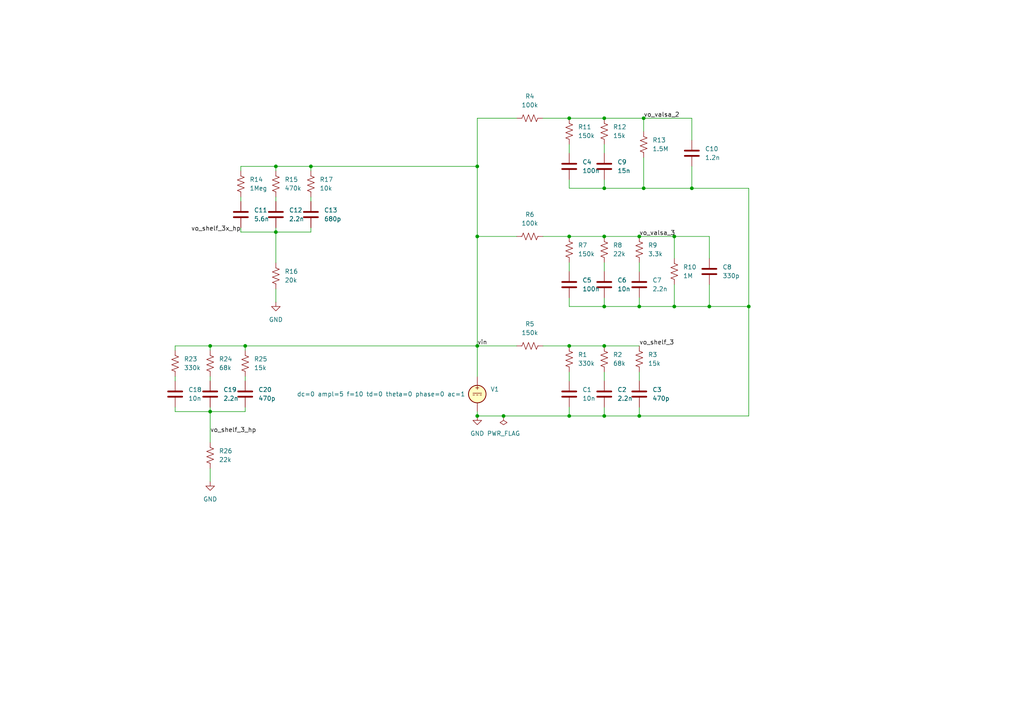
<source format=kicad_sch>
(kicad_sch (version 20231120) (generator "eeschema") (generator_version "8.0")
  (paper "A4")
  (lib_symbols
    (symbol "Device:C" (pin_numbers hide) (pin_names (offset 0.254))
      (property "Reference" "C" (at 0.635 2.54 0))
      (property "Value" "C" (at 0.635 -2.54 0))
      (symbol "C_0_1"
        (polyline (pts (xy -2.032 -0.762) (xy 2.032 -0.762)) (stroke (width 0.508)))
        (polyline (pts (xy -2.032 0.762) (xy 2.032 0.762)) (stroke (width 0.508)))
      )
      (symbol "C_1_1"
        (pin passive line (at 0 3.81 270) (length 2.794) (name "~") (number "1"))
        (pin passive line (at 0 -3.81 90) (length 2.794) (name "~") (number "2"))
      )
    )
    (symbol "Device:R_US" (pin_numbers hide) (pin_names (offset 0))
      (property "Reference" "R" (at 2.54 0 90))
      (property "Value" "R_US" (at -2.54 0 90))
      (symbol "R_US_0_1"
        (polyline (pts (xy 0 -2.286) (xy 0 -2.54)))
        (polyline (pts (xy 0 2.286) (xy 0 2.54)))
        (polyline (pts (xy 0 -0.762) (xy 1.016 -1.143) (xy 0 -1.524) (xy -1.016 -1.905) (xy 0 -2.286)))
        (polyline (pts (xy 0 0.762) (xy 1.016 0.381) (xy 0 0) (xy -1.016 -0.381) (xy 0 -0.762)))
        (polyline (pts (xy 0 2.286) (xy 1.016 1.905) (xy 0 1.524) (xy -1.016 1.143) (xy 0 0.762)))
      )
      (symbol "R_US_1_1"
        (pin passive line (at 0 3.81 270) (length 1.27) (name "~") (number "1"))
        (pin passive line (at 0 -3.81 90) (length 1.27) (name "~") (number "2"))
      )
    )
    (symbol "Simulation_SPICE:VDC" (pin_numbers hide) (pin_names (offset 0.0254))
      (property "Reference" "V" (at 2.54 2.54 0))
      (property "Value" "1" (at 2.54 0 0))
      (symbol "VDC_0_0"
        (polyline (pts (xy -1.27 0.254) (xy 1.27 0.254)))
        (polyline (pts (xy -0.762 -0.254) (xy -1.27 -0.254)))
        (polyline (pts (xy 0.254 -0.254) (xy -0.254 -0.254)))
        (polyline (pts (xy 1.27 -0.254) (xy 0.762 -0.254)))
        (text "+" (at 0 1.905 0) (effects (font (size 1.27 1.27))))
      )
      (symbol "VDC_0_1"
        (circle (center 0 0) (radius 2.54) (stroke (width 0.254)) (fill (type background)))
      )
      (symbol "VDC_1_1"
        (pin passive line (at 0 5.08 270) (length 2.54) (name "~") (number "1"))
        (pin passive line (at 0 -5.08 90) (length 2.54) (name "~") (number "2"))
      )
    )
    (symbol "power:GND" (power) (pin_numbers hide) (pin_names (offset 0) hide)
      (property "Value" "GND" (at 0 -3.81 0))
      (symbol "GND_0_1"
        (polyline (pts (xy 0 0) (xy 0 -1.27) (xy 1.27 -1.27) (xy 0 -2.54) (xy -1.27 -1.27) (xy 0 -1.27)))
      )
      (symbol "GND_1_1"
        (pin power_in line (at 0 0 270) (length 0) (name "~") (number "1"))
      )
    )
    (symbol "power:PWR_FLAG" (power) (pin_numbers hide) (pin_names (offset 0) hide)
      (property "Value" "PWR_FLAG" (at 0 3.81 0))
      (symbol "PWR_FLAG_0_0"
        (pin power_out line (at 0 0 90) (length 0) (name "~") (number "1"))
      )
      (symbol "PWR_FLAG_0_1"
        (polyline (pts (xy 0 0) (xy 0 1.27) (xy -1.016 1.905) (xy 0 2.54) (xy 1.016 1.905) (xy 0 1.27)))
      )
    )
  )
  (junction (at 165.1 68.58))
  (junction (at 165.1 100.33))
  (junction (at 186.69 34.29))
  (junction (at 71.12 100.33))
  (junction (at 60.96 119.38))
  (junction (at 138.43 120.65))
  (junction (at 138.43 68.58))
  (junction (at 80.01 48.26))
  (junction (at 200.66 54.61))
  (junction (at 217.17 88.9))
  (junction (at 138.43 48.26))
  (junction (at 165.1 34.29))
  (junction (at 138.43 100.33))
  (junction (at 90.17 48.26))
  (junction (at 175.26 68.58))
  (junction (at 186.69 54.61))
  (junction (at 185.42 88.9))
  (junction (at 60.96 100.33))
  (junction (at 195.58 68.58))
  (junction (at 175.26 34.29))
  (junction (at 195.58 88.9))
  (junction (at 185.42 120.65))
  (junction (at 175.26 100.33))
  (junction (at 165.1 120.65))
  (junction (at 146.05 120.65))
  (junction (at 185.42 68.58))
  (junction (at 175.26 88.9))
  (junction (at 175.26 54.61))
  (junction (at 80.01 67.31))
  (junction (at 205.74 88.9))
  (junction (at 175.26 120.65))
  (wire (pts (xy 60.96 119.38) (xy 60.96 128.27)))
  (wire (pts (xy 200.66 34.29) (xy 200.66 40.64)))
  (wire (pts (xy 185.42 88.9) (xy 175.26 88.9)))
  (wire (pts (xy 175.26 88.9) (xy 175.26 86.36)))
  (wire (pts (xy 90.17 67.31) (xy 90.17 66.04)))
  (wire (pts (xy 69.85 48.26) (xy 69.85 49.53)))
  (wire (pts (xy 186.69 54.61) (xy 175.26 54.61)))
  (wire (pts (xy 175.26 120.65) (xy 175.26 118.11)))
  (wire (pts (xy 165.1 41.91) (xy 165.1 44.45)))
  (wire (pts (xy 175.26 100.33) (xy 165.1 100.33)))
  (wire (pts (xy 175.26 88.9) (xy 165.1 88.9)))
  (wire (pts (xy 186.69 34.29) (xy 175.26 34.29)))
  (wire (pts (xy 50.8 109.22) (xy 50.8 110.49)))
  (wire (pts (xy 138.43 100.33) (xy 138.43 109.22)))
  (wire (pts (xy 175.26 68.58) (xy 185.42 68.58)))
  (wire (pts (xy 195.58 82.55) (xy 195.58 88.9)))
  (wire (pts (xy 80.01 48.26) (xy 80.01 49.53)))
  (wire (pts (xy 175.26 54.61) (xy 165.1 54.61)))
  (wire (pts (xy 175.26 41.91) (xy 175.26 44.45)))
  (wire (pts (xy 71.12 100.33) (xy 138.43 100.33)))
  (wire (pts (xy 90.17 57.15) (xy 90.17 58.42)))
  (wire (pts (xy 195.58 88.9) (xy 185.42 88.9)))
  (wire (pts (xy 138.43 100.33) (xy 149.86 100.33)))
  (wire (pts (xy 175.26 120.65) (xy 165.1 120.65)))
  (wire (pts (xy 205.74 82.55) (xy 205.74 88.9)))
  (wire (pts (xy 90.17 67.31) (xy 80.01 67.31)))
  (wire (pts (xy 60.96 100.33) (xy 50.8 100.33)))
  (wire (pts (xy 186.69 38.1) (xy 186.69 34.29)))
  (wire (pts (xy 60.96 100.33) (xy 60.96 101.6)))
  (wire (pts (xy 175.26 34.29) (xy 165.1 34.29)))
  (wire (pts (xy 185.42 88.9) (xy 185.42 86.36)))
  (wire (pts (xy 90.17 48.26) (xy 90.17 49.53)))
  (wire (pts (xy 138.43 34.29) (xy 138.43 48.26)))
  (wire (pts (xy 50.8 119.38) (xy 50.8 118.11)))
  (wire (pts (xy 90.17 48.26) (xy 138.43 48.26)))
  (wire (pts (xy 71.12 119.38) (xy 71.12 118.11)))
  (wire (pts (xy 138.43 119.38) (xy 138.43 120.65)))
  (wire (pts (xy 175.26 76.2) (xy 175.26 78.74)))
  (wire (pts (xy 165.1 120.65) (xy 165.1 118.11)))
  (wire (pts (xy 157.48 34.29) (xy 165.1 34.29)))
  (wire (pts (xy 195.58 68.58) (xy 195.58 74.93)))
  (wire (pts (xy 175.26 54.61) (xy 175.26 52.07)))
  (wire (pts (xy 157.48 100.33) (xy 165.1 100.33)))
  (wire (pts (xy 146.05 120.65) (xy 165.1 120.65)))
  (wire (pts (xy 200.66 54.61) (xy 186.69 54.61)))
  (wire (pts (xy 138.43 68.58) (xy 138.43 100.33)))
  (wire (pts (xy 138.43 68.58) (xy 149.86 68.58)))
  (wire (pts (xy 165.1 107.95) (xy 165.1 110.49)))
  (wire (pts (xy 71.12 119.38) (xy 60.96 119.38)))
  (wire (pts (xy 185.42 68.58) (xy 195.58 68.58)))
  (wire (pts (xy 165.1 76.2) (xy 165.1 78.74)))
  (wire (pts (xy 157.48 68.58) (xy 165.1 68.58)))
  (wire (pts (xy 60.96 119.38) (xy 60.96 118.11)))
  (wire (pts (xy 205.74 88.9) (xy 195.58 88.9)))
  (wire (pts (xy 185.42 120.65) (xy 175.26 120.65)))
  (wire (pts (xy 217.17 88.9) (xy 217.17 120.65)))
  (wire (pts (xy 217.17 88.9) (xy 217.17 54.61)))
  (wire (pts (xy 165.1 54.61) (xy 165.1 52.07)))
  (wire (pts (xy 186.69 45.72) (xy 186.69 54.61)))
  (wire (pts (xy 200.66 48.26) (xy 200.66 54.61)))
  (wire (pts (xy 217.17 54.61) (xy 200.66 54.61)))
  (wire (pts (xy 149.86 34.29) (xy 138.43 34.29)))
  (wire (pts (xy 80.01 67.31) (xy 80.01 76.2)))
  (wire (pts (xy 60.96 109.22) (xy 60.96 110.49)))
  (wire (pts (xy 185.42 76.2) (xy 185.42 78.74)))
  (wire (pts (xy 80.01 48.26) (xy 69.85 48.26)))
  (wire (pts (xy 185.42 120.65) (xy 217.17 120.65)))
  (wire (pts (xy 175.26 68.58) (xy 165.1 68.58)))
  (wire (pts (xy 69.85 67.31) (xy 69.85 66.04)))
  (wire (pts (xy 71.12 109.22) (xy 71.12 110.49)))
  (wire (pts (xy 90.17 48.26) (xy 80.01 48.26)))
  (wire (pts (xy 185.42 100.33) (xy 175.26 100.33)))
  (wire (pts (xy 60.96 135.89) (xy 60.96 139.7)))
  (wire (pts (xy 205.74 68.58) (xy 195.58 68.58)))
  (wire (pts (xy 205.74 88.9) (xy 217.17 88.9)))
  (wire (pts (xy 71.12 100.33) (xy 60.96 100.33)))
  (wire (pts (xy 80.01 57.15) (xy 80.01 58.42)))
  (wire (pts (xy 186.69 34.29) (xy 200.66 34.29)))
  (wire (pts (xy 80.01 67.31) (xy 80.01 66.04)))
  (wire (pts (xy 50.8 100.33) (xy 50.8 101.6)))
  (wire (pts (xy 165.1 88.9) (xy 165.1 86.36)))
  (wire (pts (xy 138.43 48.26) (xy 138.43 68.58)))
  (wire (pts (xy 175.26 107.95) (xy 175.26 110.49)))
  (wire (pts (xy 80.01 83.82) (xy 80.01 87.63)))
  (wire (pts (xy 80.01 67.31) (xy 69.85 67.31)))
  (wire (pts (xy 60.96 119.38) (xy 50.8 119.38)))
  (wire (pts (xy 69.85 57.15) (xy 69.85 58.42)))
  (wire (pts (xy 185.42 120.65) (xy 185.42 118.11)))
  (wire (pts (xy 205.74 74.93) (xy 205.74 68.58)))
  (wire (pts (xy 138.43 120.65) (xy 146.05 120.65)))
  (wire (pts (xy 71.12 100.33) (xy 71.12 101.6)))
  (wire (pts (xy 185.42 107.95) (xy 185.42 110.49)))
  (label "vo_shelf_3_hp" (at 60.96 125.73 0))
  (label "vo_valsa_2" (at 186.69 34.29 0))
  (label "vo_valsa_3" (at 185.42 68.58 0))
  (label "vo_shelf_3" (at 185.42 100.33 0))
  (label "vo_shelf_3x_hp" (at 69.85 67.31 180))
  (label "vin" (at 138.43 100.33 0))
  (symbol (lib_id "Device:R_US") (at 175.26 72.39 0) (unit 1)
    (property "Reference" "R8" (at 177.8 71.1199 0) (effects (justify left)))
    (property "Value" "22k" (at 177.8 73.6599 0) (effects (justify left)))
    (property "Description" "Resistor, US symbol" (effects (hide yes)))
    (property "Sim.Device" "R" (effects (hide yes)))
    (property "Sim.Pins" "1=+ 2=-" (effects (hide yes)))
  )
  (symbol (lib_id "Device:R_US") (at 175.26 38.1 0) (unit 1)
    (property "Reference" "R12" (at 177.8 36.8299 0) (effects (justify left)))
    (property "Value" "15k" (at 177.8 39.3699 0) (effects (justify left)))
    (property "Description" "Resistor, US symbol" (effects (hide yes)))
    (property "Sim.Device" "R" (effects (hide yes)))
    (property "Sim.Pins" "1=+ 2=-" (effects (hide yes)))
  )
  (symbol (lib_id "Device:C") (at 80.01 62.23 0) (unit 1)
    (property "Reference" "C12" (at 83.82 60.9599 0) (effects (justify left)))
    (property "Value" "2.2n" (at 83.82 63.4999 0) (effects (justify left)))
    (property "Description" "Unpolarized capacitor" (effects (hide yes)))
    (property "Sim.Device" "C" (effects (hide yes)))
    (property "Sim.Pins" "1=+ 2=-" (effects (hide yes)))
  )
  (symbol (lib_id "Device:R_US") (at 153.67 100.33 90) (unit 1)
    (property "Reference" "R5" (at 153.67 93.98 90))
    (property "Value" "150k" (at 153.67 96.52 90))
    (property "Description" "Resistor, US symbol" (effects (hide yes)))
    (property "Sim.Device" "R" (effects (hide yes)))
    (property "Sim.Pins" "1=+ 2=-" (effects (hide yes)))
  )
  (symbol (lib_id "power:GND") (at 60.96 139.7 0) (unit 1)
    (property "Reference" "#PWR02" (effects (hide yes)))
    (property "Value" "GND" (at 60.96 144.78 0))
    (property "Description" "Power symbol creates a global label with name \"GND\" , ground" (effects (hide yes)))
  )
  (symbol (lib_id "Device:C") (at 69.85 62.23 0) (unit 1)
    (property "Reference" "C11" (at 73.66 60.9599 0) (effects (justify left)))
    (property "Value" "5.6n" (at 73.66 63.4999 0) (effects (justify left)))
    (property "Description" "Unpolarized capacitor" (effects (hide yes)))
    (property "Sim.Device" "C" (effects (hide yes)))
    (property "Sim.Pins" "1=+ 2=-" (effects (hide yes)))
  )
  (symbol (lib_id "Device:R_US") (at 69.85 53.34 0) (unit 1)
    (property "Reference" "R14" (at 72.39 52.0699 0) (effects (justify left)))
    (property "Value" "1Meg" (at 72.39 54.6099 0) (effects (justify left)))
    (property "Description" "Resistor, US symbol" (effects (hide yes)))
    (property "Sim.Device" "R" (effects (hide yes)))
    (property "Sim.Pins" "1=+ 2=-" (effects (hide yes)))
  )
  (symbol (lib_id "power:GND") (at 80.01 87.63 0) (unit 1)
    (property "Reference" "#PWR03" (effects (hide yes)))
    (property "Value" "GND" (at 80.01 92.71 0))
    (property "Description" "Power symbol creates a global label with name \"GND\" , ground" (effects (hide yes)))
  )
  (symbol (lib_id "Device:R_US") (at 195.58 78.74 0) (unit 1)
    (property "Reference" "R10" (at 198.12 77.4699 0) (effects (justify left)))
    (property "Value" "1M" (at 198.12 80.0099 0) (effects (justify left)))
    (property "Description" "Resistor, US symbol" (effects (hide yes)))
    (property "Sim.Device" "R" (effects (hide yes)))
    (property "Sim.Pins" "1=+ 2=-" (effects (hide yes)))
  )
  (symbol (lib_id "Device:C") (at 200.66 44.45 0) (unit 1)
    (property "Reference" "C10" (at 204.47 43.1799 0) (effects (justify left)))
    (property "Value" "1.2n" (at 204.47 45.7199 0) (effects (justify left)))
    (property "Description" "Unpolarized capacitor" (effects (hide yes)))
    (property "Sim.Device" "C" (effects (hide yes)))
    (property "Sim.Pins" "1=+ 2=-" (effects (hide yes)))
  )
  (symbol (lib_id "Simulation_SPICE:VDC") (at 138.43 114.3 0) (unit 1)
    (property "Reference" "V1" (at 142.24 112.9001 0) (effects (justify left)))
    (property "Value" "${SIM.PARAMS}" (at 86.106 114.3 0) (effects (justify left)))
    (property "Datasheet" "https://ngspice.sourceforge.io/docs/ngspice-html-manual/manual.xhtml#sec_Independent_Sources_for" (effects (hide yes)))
    (property "Description" "Voltage source, DC" (effects (hide yes)))
    (property "Sim.Pins" "1=+ 2=-" (effects (hide yes)))
    (property "Sim.Type" "SIN" (effects (hide yes)))
    (property "Sim.Device" "V" (effects (hide yes)))
    (property "Sim.Params" "dc=0 ampl=5 f=10 td=0 theta=0 phase=0 ac=1" (effects (hide yes)))
  )
  (symbol (lib_id "Device:C") (at 165.1 82.55 0) (unit 1)
    (property "Reference" "C5" (at 168.91 81.2799 0) (effects (justify left)))
    (property "Value" "100n" (at 168.91 83.8199 0) (effects (justify left)))
    (property "Description" "Unpolarized capacitor" (effects (hide yes)))
    (property "Sim.Device" "C" (effects (hide yes)))
    (property "Sim.Pins" "1=+ 2=-" (effects (hide yes)))
  )
  (symbol (lib_id "Device:R_US") (at 60.96 105.41 0) (unit 1)
    (property "Reference" "R24" (at 63.5 104.1399 0) (effects (justify left)))
    (property "Value" "68k" (at 63.5 106.6799 0) (effects (justify left)))
    (property "Description" "Resistor, US symbol" (effects (hide yes)))
    (property "Sim.Device" "R" (effects (hide yes)))
    (property "Sim.Pins" "1=+ 2=-" (effects (hide yes)))
  )
  (symbol (lib_id "Device:R_US") (at 80.01 80.01 0) (unit 1)
    (property "Reference" "R16" (at 82.55 78.7399 0) (effects (justify left)))
    (property "Value" "20k" (at 82.55 81.2799 0) (effects (justify left)))
    (property "Description" "Resistor, US symbol" (effects (hide yes)))
    (property "Sim.Device" "R" (effects (hide yes)))
    (property "Sim.Pins" "1=+ 2=-" (effects (hide yes)))
  )
  (symbol (lib_id "Device:C") (at 175.26 48.26 0) (unit 1)
    (property "Reference" "C9" (at 179.07 46.9899 0) (effects (justify left)))
    (property "Value" "15n" (at 179.07 49.5299 0) (effects (justify left)))
    (property "Description" "Unpolarized capacitor" (effects (hide yes)))
    (property "Sim.Device" "C" (effects (hide yes)))
    (property "Sim.Pins" "1=+ 2=-" (effects (hide yes)))
  )
  (symbol (lib_id "Device:R_US") (at 165.1 72.39 0) (unit 1)
    (property "Reference" "R7" (at 167.64 71.1199 0) (effects (justify left)))
    (property "Value" "150k" (at 167.64 73.6599 0) (effects (justify left)))
    (property "Description" "Resistor, US symbol" (effects (hide yes)))
    (property "Sim.Device" "R" (effects (hide yes)))
    (property "Sim.Pins" "1=+ 2=-" (effects (hide yes)))
  )
  (symbol (lib_id "Device:R_US") (at 186.69 41.91 0) (unit 1)
    (property "Reference" "R13" (at 189.23 40.6399 0) (effects (justify left)))
    (property "Value" "1.5M" (at 189.23 43.1799 0) (effects (justify left)))
    (property "Description" "Resistor, US symbol" (effects (hide yes)))
    (property "Sim.Device" "R" (effects (hide yes)))
    (property "Sim.Pins" "1=+ 2=-" (effects (hide yes)))
  )
  (symbol (lib_id "Device:R_US") (at 153.67 68.58 90) (unit 1)
    (property "Reference" "R6" (at 153.67 62.23 90))
    (property "Value" "100k" (at 153.67 64.77 90))
    (property "Description" "Resistor, US symbol" (effects (hide yes)))
    (property "Sim.Device" "R" (effects (hide yes)))
    (property "Sim.Pins" "1=+ 2=-" (effects (hide yes)))
  )
  (symbol (lib_id "Device:R_US") (at 60.96 132.08 0) (unit 1)
    (property "Reference" "R26" (at 63.5 130.8099 0) (effects (justify left)))
    (property "Value" "22k" (at 63.5 133.3499 0) (effects (justify left)))
    (property "Description" "Resistor, US symbol" (effects (hide yes)))
    (property "Sim.Device" "R" (effects (hide yes)))
    (property "Sim.Pins" "1=+ 2=-" (effects (hide yes)))
  )
  (symbol (lib_id "Device:R_US") (at 153.67 34.29 90) (unit 1)
    (property "Reference" "R4" (at 153.67 27.94 90))
    (property "Value" "100k" (at 153.67 30.48 90))
    (property "Description" "Resistor, US symbol" (effects (hide yes)))
    (property "Sim.Device" "R" (effects (hide yes)))
    (property "Sim.Pins" "1=+ 2=-" (effects (hide yes)))
  )
  (symbol (lib_id "power:GND") (at 138.43 120.65 0) (unit 1)
    (property "Reference" "#PWR01" (effects (hide yes)))
    (property "Value" "GND" (at 138.43 125.73 0))
    (property "Description" "Power symbol creates a global label with name \"GND\" , ground" (effects (hide yes)))
  )
  (symbol (lib_id "Device:C") (at 165.1 48.26 0) (unit 1)
    (property "Reference" "C4" (at 168.91 46.9899 0) (effects (justify left)))
    (property "Value" "100n" (at 168.91 49.5299 0) (effects (justify left)))
    (property "Description" "Unpolarized capacitor" (effects (hide yes)))
    (property "Sim.Device" "C" (effects (hide yes)))
    (property "Sim.Pins" "1=+ 2=-" (effects (hide yes)))
  )
  (symbol (lib_id "Device:R_US") (at 165.1 38.1 0) (unit 1)
    (property "Reference" "R11" (at 167.64 36.8299 0) (effects (justify left)))
    (property "Value" "150k" (at 167.64 39.3699 0) (effects (justify left)))
    (property "Description" "Resistor, US symbol" (effects (hide yes)))
    (property "Sim.Device" "R" (effects (hide yes)))
    (property "Sim.Pins" "1=+ 2=-" (effects (hide yes)))
  )
  (symbol (lib_id "Device:R_US") (at 90.17 53.34 0) (unit 1)
    (property "Reference" "R17" (at 92.71 52.0699 0) (effects (justify left)))
    (property "Value" "10k" (at 92.71 54.6099 0) (effects (justify left)))
    (property "Description" "Resistor, US symbol" (effects (hide yes)))
    (property "Sim.Device" "R" (effects (hide yes)))
    (property "Sim.Pins" "1=+ 2=-" (effects (hide yes)))
  )
  (symbol (lib_id "Device:R_US") (at 71.12 105.41 0) (unit 1)
    (property "Reference" "R25" (at 73.66 104.1399 0) (effects (justify left)))
    (property "Value" "15k" (at 73.66 106.6799 0) (effects (justify left)))
    (property "Description" "Resistor, US symbol" (effects (hide yes)))
    (property "Sim.Device" "R" (effects (hide yes)))
    (property "Sim.Pins" "1=+ 2=-" (effects (hide yes)))
  )
  (symbol (lib_id "Device:C") (at 175.26 114.3 0) (unit 1)
    (property "Reference" "C2" (at 179.07 113.0299 0) (effects (justify left)))
    (property "Value" "2.2n" (at 179.07 115.5699 0) (effects (justify left)))
    (property "Description" "Unpolarized capacitor" (effects (hide yes)))
    (property "Sim.Device" "C" (effects (hide yes)))
    (property "Sim.Pins" "1=+ 2=-" (effects (hide yes)))
  )
  (symbol (lib_id "Device:C") (at 165.1 114.3 0) (unit 1)
    (property "Reference" "C1" (at 168.91 113.0299 0) (effects (justify left)))
    (property "Value" "10n" (at 168.91 115.5699 0) (effects (justify left)))
    (property "Description" "Unpolarized capacitor" (effects (hide yes)))
    (property "Sim.Device" "C" (effects (hide yes)))
    (property "Sim.Pins" "1=+ 2=-" (effects (hide yes)))
  )
  (symbol (lib_id "Device:R_US") (at 175.26 104.14 0) (unit 1)
    (property "Reference" "R2" (at 177.8 102.8699 0) (effects (justify left)))
    (property "Value" "68k" (at 177.8 105.4099 0) (effects (justify left)))
    (property "Description" "Resistor, US symbol" (effects (hide yes)))
    (property "Sim.Device" "R" (effects (hide yes)))
    (property "Sim.Pins" "1=+ 2=-" (effects (hide yes)))
  )
  (symbol (lib_id "power:PWR_FLAG") (at 146.05 120.65 180) (unit 1)
    (property "Reference" "#FLG01" (effects (hide yes)))
    (property "Value" "PWR_FLAG" (at 146.05 125.73 0))
    (property "Description" "Special symbol for telling ERC where power comes from" (effects (hide yes)))
  )
  (symbol (lib_id "Device:R_US") (at 80.01 53.34 0) (unit 1)
    (property "Reference" "R15" (at 82.55 52.0699 0) (effects (justify left)))
    (property "Value" "470k" (at 82.55 54.6099 0) (effects (justify left)))
    (property "Description" "Resistor, US symbol" (effects (hide yes)))
    (property "Sim.Device" "R" (effects (hide yes)))
    (property "Sim.Pins" "1=+ 2=-" (effects (hide yes)))
  )
  (symbol (lib_id "Device:C") (at 185.42 114.3 0) (unit 1)
    (property "Reference" "C3" (at 189.23 113.0299 0) (effects (justify left)))
    (property "Value" "470p" (at 189.23 115.5699 0) (effects (justify left)))
    (property "Description" "Unpolarized capacitor" (effects (hide yes)))
    (property "Sim.Device" "C" (effects (hide yes)))
    (property "Sim.Pins" "1=+ 2=-" (effects (hide yes)))
  )
  (symbol (lib_id "Device:C") (at 175.26 82.55 0) (unit 1)
    (property "Reference" "C6" (at 179.07 81.2799 0) (effects (justify left)))
    (property "Value" "10n" (at 179.07 83.8199 0) (effects (justify left)))
    (property "Description" "Unpolarized capacitor" (effects (hide yes)))
    (property "Sim.Device" "C" (effects (hide yes)))
    (property "Sim.Pins" "1=+ 2=-" (effects (hide yes)))
  )
  (symbol (lib_id "Device:C") (at 185.42 82.55 0) (unit 1)
    (property "Reference" "C7" (at 189.23 81.2799 0) (effects (justify left)))
    (property "Value" "2.2n" (at 189.23 83.8199 0) (effects (justify left)))
    (property "Description" "Unpolarized capacitor" (effects (hide yes)))
    (property "Sim.Device" "C" (effects (hide yes)))
    (property "Sim.Pins" "1=+ 2=-" (effects (hide yes)))
  )
  (symbol (lib_id "Device:R_US") (at 185.42 72.39 0) (unit 1)
    (property "Reference" "R9" (at 187.96 71.1199 0) (effects (justify left)))
    (property "Value" "3.3k" (at 187.96 73.6599 0) (effects (justify left)))
    (property "Description" "Resistor, US symbol" (effects (hide yes)))
    (property "Sim.Device" "R" (effects (hide yes)))
    (property "Sim.Pins" "1=+ 2=-" (effects (hide yes)))
  )
  (symbol (lib_id "Device:R_US") (at 50.8 105.41 0) (unit 1)
    (property "Reference" "R23" (at 53.34 104.1399 0) (effects (justify left)))
    (property "Value" "330k" (at 53.34 106.6799 0) (effects (justify left)))
    (property "Description" "Resistor, US symbol" (effects (hide yes)))
    (property "Sim.Device" "R" (effects (hide yes)))
    (property "Sim.Pins" "1=+ 2=-" (effects (hide yes)))
  )
  (symbol (lib_id "Device:R_US") (at 165.1 104.14 0) (unit 1)
    (property "Reference" "R1" (at 167.64 102.8699 0) (effects (justify left)))
    (property "Value" "330k" (at 167.64 105.4099 0) (effects (justify left)))
    (property "Description" "Resistor, US symbol" (effects (hide yes)))
    (property "Sim.Device" "R" (effects (hide yes)))
    (property "Sim.Pins" "1=+ 2=-" (effects (hide yes)))
  )
  (symbol (lib_id "Device:C") (at 71.12 114.3 0) (unit 1)
    (property "Reference" "C20" (at 74.93 113.0299 0) (effects (justify left)))
    (property "Value" "470p" (at 74.93 115.5699 0) (effects (justify left)))
    (property "Description" "Unpolarized capacitor" (effects (hide yes)))
    (property "Sim.Device" "C" (effects (hide yes)))
    (property "Sim.Pins" "1=+ 2=-" (effects (hide yes)))
  )
  (symbol (lib_id "Device:C") (at 205.74 78.74 0) (unit 1)
    (property "Reference" "C8" (at 209.55 77.4699 0) (effects (justify left)))
    (property "Value" "330p" (at 209.55 80.0099 0) (effects (justify left)))
    (property "Description" "Unpolarized capacitor" (effects (hide yes)))
    (property "Sim.Device" "C" (effects (hide yes)))
    (property "Sim.Pins" "1=+ 2=-" (effects (hide yes)))
  )
  (symbol (lib_id "Device:C") (at 60.96 114.3 0) (unit 1)
    (property "Reference" "C19" (at 64.77 113.0299 0) (effects (justify left)))
    (property "Value" "2.2n" (at 64.77 115.5699 0) (effects (justify left)))
    (property "Description" "Unpolarized capacitor" (effects (hide yes)))
    (property "Sim.Device" "C" (effects (hide yes)))
    (property "Sim.Pins" "1=+ 2=-" (effects (hide yes)))
  )
  (symbol (lib_id "Device:C") (at 90.17 62.23 0) (unit 1)
    (property "Reference" "C13" (at 93.98 60.9599 0) (effects (justify left)))
    (property "Value" "680p" (at 93.98 63.4999 0) (effects (justify left)))
    (property "Description" "Unpolarized capacitor" (effects (hide yes)))
    (property "Sim.Device" "C" (effects (hide yes)))
    (property "Sim.Pins" "1=+ 2=-" (effects (hide yes)))
  )
  (symbol (lib_id "Device:C") (at 50.8 114.3 0) (unit 1)
    (property "Reference" "C18" (at 54.61 113.0299 0) (effects (justify left)))
    (property "Value" "10n" (at 54.61 115.5699 0) (effects (justify left)))
    (property "Description" "Unpolarized capacitor" (effects (hide yes)))
    (property "Sim.Device" "C" (effects (hide yes)))
    (property "Sim.Pins" "1=+ 2=-" (effects (hide yes)))
  )
  (symbol (lib_id "Device:R_US") (at 185.42 104.14 0) (unit 1)
    (property "Reference" "R3" (at 187.96 102.8699 0) (effects (justify left)))
    (property "Value" "15k" (at 187.96 105.4099 0) (effects (justify left)))
    (property "Description" "Resistor, US symbol" (effects (hide yes)))
    (property "Sim.Device" "R" (effects (hide yes)))
    (property "Sim.Pins" "1=+ 2=-" (effects (hide yes)))
  )
)
</source>
